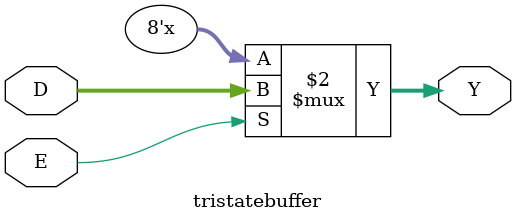
<source format=v>
 
 `timescale 1ns/1ps
 
  module datapath(//ports
  input clk_dp ,   //clock
  input rst_dp ,   //reset
  input [1:0] muxsel_dp ,  //2 isto 1 Multiplexer
  input [7:0] imm_dp,  //internal memory data
  input [7:0] input_dp,  //direct input
  input accwr_dp  , //accumulator writeport sel
  input [2:0] rfaddr_dp,  //register file address sel(for 8 register files)
  input [3:0] mmadr_dp, //memory address sel
  input rfwr_dp  , //registerfile write port
  input mmwr_dp,//memory write port
  input [2:0] alusel_dp, //ALU operation selector
  input [1:0] shiftsel_dp, //Shifter operation sel
  input outen_dp, //enable o/p
  output zero_dp, //check if input is zero
  output positive_dp, // check if input is positive
  output [7:0] output_dp // output port 
);
  wire [7:0] C_muxout; //Multiplexer output
  wire [7:0] C_accout;  //Accumulator output
  wire [7:0] C_aluout;  //ALU output
  wire [7:0] C_rfout;  //registerfile output
  wire [7:0] C_shiftout; // Shifter output
  wire C_outen;
 
 mux4 mux_dp ( //Multiplexer instantiation
    .sel_mux(muxsel_dp),
    .in3_mux(imm_dp),
    .in2_mux(input_dp),
    .in1_mux(C_rfout),
    .in0_mux(C_shiftout),
    .out_mux(C_muxout)
  );

 
  acc acc_dp ( //Accumulator instantiation
    .clk_acc(clk_dp),
    .rst_acc(rst_dp),
    .wr_acc(accwr_dp),
    .input_acc(C_muxout),
    .output_acc(C_accout)
  );

  
  reg_file reg_file_dp ( //RegisterFile instantiation
    .clk_rf(clk_dp),
    .wr_rf(rfwr_dp),
    .addr_rf(rfaddr_dp),
    .input_rf(C_accout),
    .output_rf(C_rfout)
  );
   
  
  
  alu alu_dp ( //ALU instantiation
    .sel_alu(alusel_dp),
    .inA_alu(C_accout),
    .inB_alu(C_rfout),
    .OUT_alu(C_aluout)
  );

 shifter shifter_dp ( //Shifter Instantiation
    .sel_shift(shiftsel_dp),
    .input_shift(C_aluout),
    .output_shift(C_shiftout)
  );
  
 assign C_outen = outen_dp | rst_dp; //

  tristatebuffer tristatebuffer_inst_dp (
    .E(C_outen),
    .D(C_accout),
    .Y(output_dp)
  );

  


  assign zero_dp = (C_muxout == 8'b00000000) ? 1'b1 : 1'b0;
  assign positive_dp = ~C_muxout[7];

endmodule

module mux4 (
  input [1:0] sel_mux,
  input [7:0] in3_mux,
  input [7:0] in2_mux,
  input [7:0] in1_mux,
  input [7:0] in0_mux,
  output reg [7:0] out_mux
);
  always @* begin
    case (sel_mux)
      2'b00: out_mux = in0_mux;
      2'b01: out_mux = in1_mux;
      2'b10: out_mux = in2_mux;
      2'b11: out_mux = in3_mux;
      default: out_mux = 8'b0;
    endcase
  end
endmodule

module acc (
  input clk_acc,
  input rst_acc,
  input wr_acc,
  input [7:0] input_acc,
  output reg [7:0] output_acc
);
  always @(posedge clk_acc or posedge rst_acc) begin
   #1
    if (rst_acc) begin
      output_acc <= 8'b0;
    end
    else begin
      if (wr_acc) begin
        output_acc <= input_acc;
      end
    end
  end
endmodule

module reg_file (
  input clk_rf,
  input wr_rf,
  input [2:0] addr_rf,
  input [7:0] input_rf,
  output reg [7:0] output_rf
);
  reg [7:0] regs_rf [0:7];

  always @(posedge clk_rf) begin
    #1
    if (wr_rf) begin
      regs_rf[addr_rf] <= input_rf;
    end
  end

  always @* begin
    output_rf = regs_rf[addr_rf];
  end
endmodule

module alu (
  input [2:0] sel_alu,
  input [7:0] inA_alu,
  input [7:0] inB_alu,
  output reg [7:0] OUT_alu
);
  always @* begin
    case (sel_alu)
      3'b000: OUT_alu = inA_alu;
      3'b001: OUT_alu = inA_alu + inB_alu;
      3'b010: OUT_alu = inA_alu - inB_alu;
      3'b011: OUT_alu = inA_alu & inB_alu;
      3'b100: OUT_alu = inA_alu | inB_alu;
      3'b101: OUT_alu = ~inA_alu;
      3'b110: OUT_alu = inA_alu + 1;
      3'b111: OUT_alu = inA_alu - 1;
      default: OUT_alu = 8'b0;
    endcase
  end
endmodule

module shifter (
  input [1:0] sel_shift,
  input [7:0] input_shift,
  output reg [7:0] output_shift
);
  always @* begin
    case (sel_shift)
      2'b00: output_shift = input_shift ;
      2'b01: output_shift = input_shift << 1;
      2'b10: output_shift = input_shift >> 1;
      2'b11: output_shift = {input_shift[0],input_shift[7:1]};
      default: output_shift = 8'b0;
    endcase
  end
endmodule

module tristatebuffer (
  input E,
  input [7:0] D,
  output [7:0] Y
);

  assign Y = (E == 1'b1) ? D : 8'bz;
endmodule




</source>
